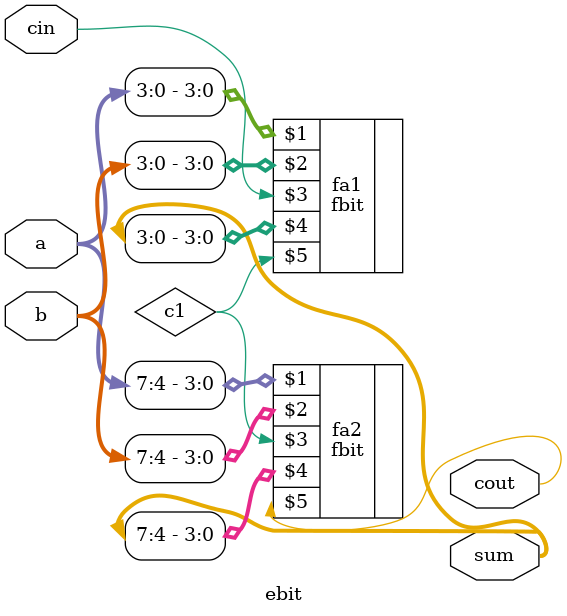
<source format=v>
`include "4bit.v"
module ebit(a,b,cin,sum,cout);
	output [7:0] sum;
	output cout;
	input [7:0] a,b;
	input cin;
	wire c1,c2,c3,c4;
	fbit fa1(a[3:0],b[3:0],cin,sum[3:0],c1);
	fbit fa2(a[7:4],b[7:4],c1,sum[7:4],cout);
	
endmodule
	
</source>
